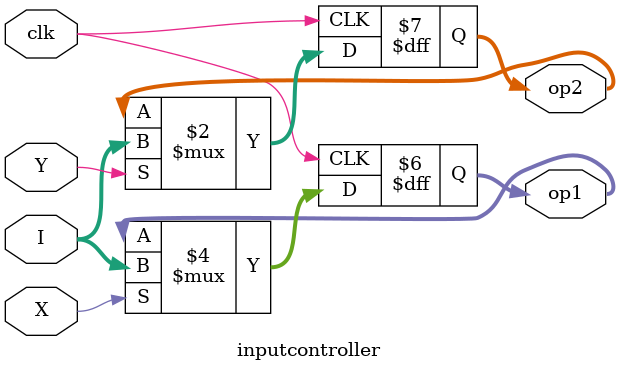
<source format=v>
`timescale 1ns / 1ps

//always @ (posedge(clk)) begin
//    if (btn[0]) op1 <= sw;
//    if (btn[1]) op2 <= sw;
//end

module inputcontroller(
input [7:0] I,
input clk,
input X,
input Y,
output reg [7:0] op1,
output reg [7:0] op2
    );
    always @ (posedge (clk)) begin
    if(X) op1 <= I;
    if(Y) op2 <=I;
    end
endmodule

</source>
